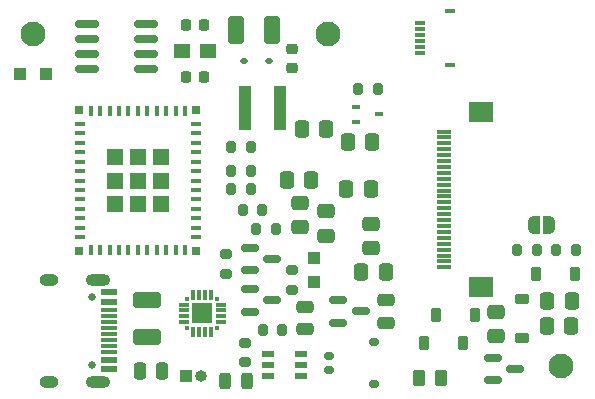
<source format=gts>
G04 #@! TF.GenerationSoftware,KiCad,Pcbnew,7.0.1-3b83917a11~172~ubuntu22.04.1*
G04 #@! TF.CreationDate,2023-04-18T13:12:10+02:00*
G04 #@! TF.ProjectId,154-watch,3135342d-7761-4746-9368-2e6b69636164,rev?*
G04 #@! TF.SameCoordinates,Original*
G04 #@! TF.FileFunction,Soldermask,Top*
G04 #@! TF.FilePolarity,Negative*
%FSLAX46Y46*%
G04 Gerber Fmt 4.6, Leading zero omitted, Abs format (unit mm)*
G04 Created by KiCad (PCBNEW 7.0.1-3b83917a11~172~ubuntu22.04.1) date 2023-04-18 13:12:10*
%MOMM*%
%LPD*%
G01*
G04 APERTURE LIST*
G04 Aperture macros list*
%AMRoundRect*
0 Rectangle with rounded corners*
0 $1 Rounding radius*
0 $2 $3 $4 $5 $6 $7 $8 $9 X,Y pos of 4 corners*
0 Add a 4 corners polygon primitive as box body*
4,1,4,$2,$3,$4,$5,$6,$7,$8,$9,$2,$3,0*
0 Add four circle primitives for the rounded corners*
1,1,$1+$1,$2,$3*
1,1,$1+$1,$4,$5*
1,1,$1+$1,$6,$7*
1,1,$1+$1,$8,$9*
0 Add four rect primitives between the rounded corners*
20,1,$1+$1,$2,$3,$4,$5,0*
20,1,$1+$1,$4,$5,$6,$7,0*
20,1,$1+$1,$6,$7,$8,$9,0*
20,1,$1+$1,$8,$9,$2,$3,0*%
%AMFreePoly0*
4,1,19,0.500000,-0.750000,0.000000,-0.750000,0.000000,-0.744911,-0.071157,-0.744911,-0.207708,-0.704816,-0.327430,-0.627875,-0.420627,-0.520320,-0.479746,-0.390866,-0.500000,-0.250000,-0.500000,0.250000,-0.479746,0.390866,-0.420627,0.520320,-0.327430,0.627875,-0.207708,0.704816,-0.071157,0.744911,0.000000,0.744911,0.000000,0.750000,0.500000,0.750000,0.500000,-0.750000,0.500000,-0.750000,
$1*%
%AMFreePoly1*
4,1,19,0.000000,0.744911,0.071157,0.744911,0.207708,0.704816,0.327430,0.627875,0.420627,0.520320,0.479746,0.390866,0.500000,0.250000,0.500000,-0.250000,0.479746,-0.390866,0.420627,-0.520320,0.327430,-0.627875,0.207708,-0.704816,0.071157,-0.744911,0.000000,-0.744911,0.000000,-0.750000,-0.500000,-0.750000,-0.500000,0.750000,0.000000,0.750000,0.000000,0.744911,0.000000,0.744911,
$1*%
G04 Aperture macros list end*
%ADD10RoundRect,0.250000X-0.337500X-0.475000X0.337500X-0.475000X0.337500X0.475000X-0.337500X0.475000X0*%
%ADD11RoundRect,0.150000X-0.587500X-0.150000X0.587500X-0.150000X0.587500X0.150000X-0.587500X0.150000X0*%
%ADD12RoundRect,0.200000X-0.200000X-0.275000X0.200000X-0.275000X0.200000X0.275000X-0.200000X0.275000X0*%
%ADD13RoundRect,0.250000X0.475000X-0.250000X0.475000X0.250000X-0.475000X0.250000X-0.475000X-0.250000X0*%
%ADD14R,1.000000X1.000000*%
%ADD15RoundRect,0.225000X0.225000X0.250000X-0.225000X0.250000X-0.225000X-0.250000X0.225000X-0.250000X0*%
%ADD16R,1.193800X0.304800*%
%ADD17R,2.006600X1.803400*%
%ADD18R,1.092200X3.708400*%
%ADD19C,2.100000*%
%ADD20R,0.406400X0.812800*%
%ADD21R,0.812800X0.406400*%
%ADD22R,1.447800X1.447800*%
%ADD23R,0.711200X0.711200*%
%ADD24RoundRect,0.225000X0.225000X0.375000X-0.225000X0.375000X-0.225000X-0.375000X0.225000X-0.375000X0*%
%ADD25O,1.000000X1.000000*%
%ADD26RoundRect,0.243750X0.243750X0.456250X-0.243750X0.456250X-0.243750X-0.456250X0.243750X-0.456250X0*%
%ADD27RoundRect,0.250000X0.475000X-0.337500X0.475000X0.337500X-0.475000X0.337500X-0.475000X-0.337500X0*%
%ADD28RoundRect,0.150000X0.825000X0.150000X-0.825000X0.150000X-0.825000X-0.150000X0.825000X-0.150000X0*%
%ADD29C,0.650000*%
%ADD30R,1.450000X0.600000*%
%ADD31R,1.450000X0.300000*%
%ADD32O,2.100000X1.000000*%
%ADD33O,1.600000X1.000000*%
%ADD34RoundRect,0.112500X-0.187500X-0.112500X0.187500X-0.112500X0.187500X0.112500X-0.187500X0.112500X0*%
%ADD35R,1.422400X1.295400*%
%ADD36RoundRect,0.200000X0.200000X0.275000X-0.200000X0.275000X-0.200000X-0.275000X0.200000X-0.275000X0*%
%ADD37RoundRect,0.250000X-0.475000X0.337500X-0.475000X-0.337500X0.475000X-0.337500X0.475000X0.337500X0*%
%ADD38RoundRect,0.225000X-0.225000X-0.375000X0.225000X-0.375000X0.225000X0.375000X-0.225000X0.375000X0*%
%ADD39RoundRect,0.250000X-0.250000X-0.475000X0.250000X-0.475000X0.250000X0.475000X-0.250000X0.475000X0*%
%ADD40RoundRect,0.200000X-0.275000X0.200000X-0.275000X-0.200000X0.275000X-0.200000X0.275000X0.200000X0*%
%ADD41R,0.700000X0.450000*%
%ADD42RoundRect,0.250000X-0.412500X-0.925000X0.412500X-0.925000X0.412500X0.925000X-0.412500X0.925000X0*%
%ADD43RoundRect,0.225000X-0.250000X0.225000X-0.250000X-0.225000X0.250000X-0.225000X0.250000X0.225000X0*%
%ADD44RoundRect,0.250000X0.337500X0.475000X-0.337500X0.475000X-0.337500X-0.475000X0.337500X-0.475000X0*%
%ADD45RoundRect,0.225000X0.375000X-0.225000X0.375000X0.225000X-0.375000X0.225000X-0.375000X-0.225000X0*%
%ADD46R,0.812800X0.304800*%
%ADD47RoundRect,0.250000X0.262500X0.450000X-0.262500X0.450000X-0.262500X-0.450000X0.262500X-0.450000X0*%
%ADD48RoundRect,0.250000X-0.925000X0.412500X-0.925000X-0.412500X0.925000X-0.412500X0.925000X0.412500X0*%
%ADD49RoundRect,0.150000X0.275000X-0.150000X0.275000X0.150000X-0.275000X0.150000X-0.275000X-0.150000X0*%
%ADD50RoundRect,0.175000X0.225000X-0.175000X0.225000X0.175000X-0.225000X0.175000X-0.225000X-0.175000X0*%
%ADD51R,0.300000X0.300000*%
%ADD52R,0.900000X0.300000*%
%ADD53R,0.300000X0.900000*%
%ADD54R,1.800000X1.800000*%
%ADD55R,0.990600X0.558800*%
%ADD56FreePoly0,0.000000*%
%ADD57FreePoly1,0.000000*%
G04 APERTURE END LIST*
D10*
X102232500Y-52110000D03*
X104307500Y-52110000D03*
D11*
X113362500Y-59410000D03*
X113362500Y-61310000D03*
X115237500Y-60360000D03*
D12*
X115420000Y-50320000D03*
X117070000Y-50320000D03*
D13*
X97470000Y-56990000D03*
X97470000Y-55090000D03*
D14*
X75550000Y-35390000D03*
D12*
X93325000Y-48500000D03*
X94975000Y-48500000D03*
D15*
X88895000Y-35610000D03*
X87345000Y-35610000D03*
D16*
X109204400Y-51750001D03*
X109204400Y-51250000D03*
X109204400Y-50750001D03*
X109204400Y-50249999D03*
X109204400Y-49750000D03*
X109204400Y-49250001D03*
X109204400Y-48750000D03*
X109204400Y-48250001D03*
X109204400Y-47749999D03*
X109204400Y-47250000D03*
X109204400Y-46750001D03*
X109204400Y-46250000D03*
X109204400Y-45750000D03*
X109204400Y-45249999D03*
X109204400Y-44750000D03*
X109204400Y-44250001D03*
X109204400Y-43749999D03*
X109204400Y-43250000D03*
X109204400Y-42749999D03*
X109204400Y-42250000D03*
X109204400Y-41750001D03*
X109204400Y-41249999D03*
X109204400Y-40750000D03*
X109204400Y-40250001D03*
D17*
X112354399Y-53400000D03*
X112354399Y-38600000D03*
D18*
X95375000Y-38250000D03*
X92377800Y-38250000D03*
D19*
X119120000Y-60140000D03*
D13*
X104325000Y-56425000D03*
X104325000Y-54525000D03*
D12*
X91200000Y-43575000D03*
X92850000Y-43575000D03*
D20*
X79305100Y-50299998D03*
X80105101Y-50299998D03*
X80905100Y-50299998D03*
X81705101Y-50299998D03*
X82505099Y-50299998D03*
X83305100Y-50299998D03*
X84105101Y-50299998D03*
X84905099Y-50299998D03*
X85705100Y-50299998D03*
X86505099Y-50299998D03*
X87305100Y-50299998D03*
D21*
X88205100Y-49200001D03*
X88205100Y-48400000D03*
X88205100Y-47599999D03*
X88205100Y-46800000D03*
X88205100Y-45999999D03*
X88205100Y-45200001D03*
X88205100Y-44400000D03*
X88205100Y-43599999D03*
X88205100Y-42800001D03*
X88205100Y-42000000D03*
X88205100Y-41200001D03*
X88205100Y-40400000D03*
X88205100Y-39600002D03*
D20*
X87305100Y-38500002D03*
X86505099Y-38500002D03*
X85705100Y-38500002D03*
X84905099Y-38500002D03*
X84105101Y-38500002D03*
X83305100Y-38500002D03*
X82505099Y-38500002D03*
X81705101Y-38500002D03*
X80905100Y-38500002D03*
X80105101Y-38500002D03*
X79305100Y-38500002D03*
D21*
X78405100Y-39599999D03*
X78405100Y-40400000D03*
X78405100Y-41200001D03*
X78405100Y-42000000D03*
X78405100Y-42800001D03*
X78405100Y-43599999D03*
X78405100Y-44400000D03*
X78405100Y-45200001D03*
X78405100Y-45999999D03*
X78405100Y-46800000D03*
X78405100Y-47599999D03*
X78405100Y-48400000D03*
X78405100Y-49199998D03*
D22*
X83305100Y-44400000D03*
D23*
X78355100Y-38450000D03*
X88255100Y-38450000D03*
X88255100Y-50350000D03*
X78355100Y-50350000D03*
D22*
X81330100Y-42425000D03*
X83305100Y-42425000D03*
X85280100Y-42425000D03*
X85280100Y-44400000D03*
X85280100Y-46375000D03*
X83305100Y-46375000D03*
X81330100Y-46375000D03*
X81330100Y-44400000D03*
D10*
X95887500Y-44375000D03*
X97962500Y-44375000D03*
D24*
X110800000Y-58180000D03*
X107500000Y-58180000D03*
D14*
X87350000Y-60950000D03*
D25*
X88620000Y-60950000D03*
D26*
X92547500Y-61390000D03*
X90672500Y-61390000D03*
D12*
X91200000Y-45100000D03*
X92850000Y-45100000D03*
D10*
X100937500Y-45125000D03*
X103012500Y-45125000D03*
D12*
X101950000Y-36675000D03*
X103600000Y-36675000D03*
D27*
X103050000Y-50112500D03*
X103050000Y-48037500D03*
D28*
X83970000Y-34980000D03*
X83970000Y-33710000D03*
X83970000Y-32440000D03*
X83970000Y-31170000D03*
X79020000Y-31170000D03*
X79020000Y-32440000D03*
X79020000Y-33710000D03*
X79020000Y-34980000D03*
D11*
X92762500Y-53600000D03*
X92762500Y-55500000D03*
X94637500Y-54550000D03*
D29*
X79400000Y-54235000D03*
X79400000Y-60015000D03*
D30*
X80845000Y-53875000D03*
X80845000Y-54675000D03*
D31*
X80845000Y-55875000D03*
X80845000Y-56875000D03*
X80845000Y-57375000D03*
X80845000Y-58375000D03*
D30*
X80845000Y-59575000D03*
X80845000Y-60375000D03*
X80845000Y-60375000D03*
X80845000Y-59575000D03*
D31*
X80845000Y-58875000D03*
X80845000Y-57875000D03*
X80845000Y-56375000D03*
X80845000Y-55375000D03*
D30*
X80845000Y-54675000D03*
X80845000Y-53875000D03*
D32*
X79930000Y-52805000D03*
D33*
X75750000Y-52805000D03*
D32*
X79930000Y-61445000D03*
D33*
X75750000Y-61445000D03*
D34*
X92306250Y-34287500D03*
X94406250Y-34287500D03*
D35*
X89212200Y-33415000D03*
X87027800Y-33415000D03*
D12*
X118740000Y-50320000D03*
X120390000Y-50320000D03*
D27*
X113630000Y-57577500D03*
X113630000Y-55502500D03*
D36*
X95525000Y-57060000D03*
X93875000Y-57060000D03*
D14*
X98200000Y-50960000D03*
D37*
X97000000Y-46287500D03*
X97000000Y-48362500D03*
D19*
X74400000Y-32000000D03*
D38*
X108510000Y-55790000D03*
X111810000Y-55790000D03*
D39*
X83450000Y-60550000D03*
X85350000Y-60550000D03*
D40*
X90725000Y-50650000D03*
X90725000Y-52300000D03*
D41*
X101750000Y-38150000D03*
X101750000Y-39450000D03*
X103750000Y-38800000D03*
D42*
X91575000Y-31670000D03*
X94650000Y-31670000D03*
D43*
X96360000Y-33285000D03*
X96360000Y-34835000D03*
D44*
X120017500Y-54610000D03*
X117942500Y-54610000D03*
D45*
X115850000Y-57720000D03*
X115850000Y-54420000D03*
D11*
X100287500Y-54525000D03*
X100287500Y-56425000D03*
X102162500Y-55475000D03*
D36*
X92875000Y-41525000D03*
X91225000Y-41525000D03*
D46*
X107201000Y-31080000D03*
X107201000Y-31579999D03*
X107201000Y-32080001D03*
X107201000Y-32580000D03*
X107201000Y-33080001D03*
X107201000Y-33580000D03*
D21*
X109714122Y-34580001D03*
X109714122Y-30079999D03*
D40*
X96375000Y-51975000D03*
X96375000Y-53625000D03*
D14*
X98200000Y-53000000D03*
D36*
X93850000Y-46925000D03*
X92200000Y-46925000D03*
D47*
X108960000Y-61130000D03*
X107135000Y-61130000D03*
D48*
X84100000Y-54537500D03*
X84100000Y-57612500D03*
D49*
X99510000Y-60440000D03*
X99510000Y-59240000D03*
D50*
X103285000Y-61590000D03*
X103285000Y-58090000D03*
D40*
X92370000Y-58130000D03*
X92370000Y-59780000D03*
D11*
X92762500Y-50100000D03*
X92762500Y-52000000D03*
X94637500Y-51050000D03*
D51*
X87500000Y-54400000D03*
D52*
X87200000Y-54900000D03*
X87200000Y-55400000D03*
X87200000Y-55900000D03*
X87200000Y-56400000D03*
D51*
X87500000Y-56900000D03*
D53*
X88000000Y-57200000D03*
X88500000Y-57200000D03*
X89000000Y-57200000D03*
X89500000Y-57200000D03*
D51*
X90000000Y-56900000D03*
D52*
X90300000Y-56400000D03*
X90300000Y-55900000D03*
X90300000Y-55400000D03*
X90300000Y-54900000D03*
D51*
X90000000Y-54400000D03*
D53*
X89500000Y-54100000D03*
X89000000Y-54100000D03*
X88500000Y-54100000D03*
X88000000Y-54100000D03*
D54*
X88750000Y-55650000D03*
D37*
X99250000Y-46987500D03*
X99250000Y-49062500D03*
D10*
X101087500Y-41100000D03*
X103162500Y-41100000D03*
D14*
X73330000Y-35390000D03*
D10*
X117932500Y-56700000D03*
X120007500Y-56700000D03*
X97187500Y-40000000D03*
X99262500Y-40000000D03*
D38*
X117010000Y-52340000D03*
X120310000Y-52340000D03*
D15*
X88895000Y-31220000D03*
X87345000Y-31220000D03*
D19*
X99400000Y-32000000D03*
D55*
X97080000Y-60990002D03*
X97080000Y-60040001D03*
X97080000Y-59090000D03*
X94362200Y-59090000D03*
X94362200Y-60040001D03*
X94362200Y-60990002D03*
D56*
X116840000Y-48200000D03*
D57*
X118140000Y-48200000D03*
M02*

</source>
